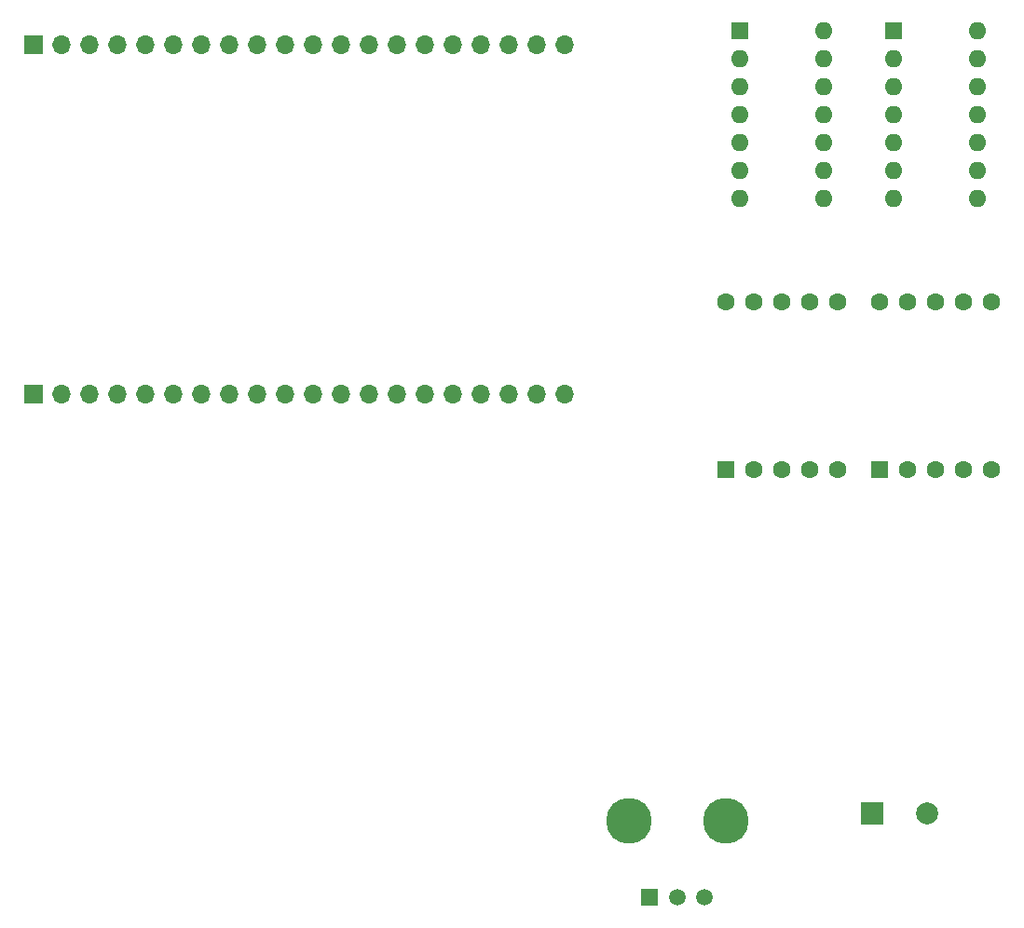
<source format=gbr>
%TF.GenerationSoftware,KiCad,Pcbnew,7.0.9*%
%TF.CreationDate,2023-12-22T14:45:11+09:00*%
%TF.ProjectId,Dev_IO_Board,4465765f-494f-45f4-926f-6172642e6b69,1.0.0*%
%TF.SameCoordinates,Original*%
%TF.FileFunction,Soldermask,Bot*%
%TF.FilePolarity,Negative*%
%FSLAX46Y46*%
G04 Gerber Fmt 4.6, Leading zero omitted, Abs format (unit mm)*
G04 Created by KiCad (PCBNEW 7.0.9) date 2023-12-22 14:45:11*
%MOMM*%
%LPD*%
G01*
G04 APERTURE LIST*
%ADD10R,1.700000X1.700000*%
%ADD11O,1.700000X1.700000*%
%ADD12R,1.600000X1.600000*%
%ADD13C,1.600000*%
%ADD14O,1.600000X1.600000*%
%ADD15R,1.500000X1.500000*%
%ADD16C,1.500000*%
%ADD17C,4.155000*%
%ADD18R,2.000000X2.000000*%
%ADD19C,2.000000*%
G04 APERTURE END LIST*
D10*
%TO.C,J1*%
X121825000Y-62705951D03*
D11*
X124365000Y-62705951D03*
X126905000Y-62705951D03*
X129445000Y-62705951D03*
X131985000Y-62705951D03*
X134525000Y-62705951D03*
X137065000Y-62705951D03*
X139605000Y-62705951D03*
X142145000Y-62705951D03*
X144685000Y-62705951D03*
X147225000Y-62705951D03*
X149765000Y-62705951D03*
X152305000Y-62705951D03*
X154845000Y-62705951D03*
X157385000Y-62705951D03*
X159925000Y-62705951D03*
X162465000Y-62705951D03*
X165005000Y-62705951D03*
X167545000Y-62705951D03*
X170085000Y-62705951D03*
%TD*%
D10*
%TO.C,J2*%
X121825000Y-94455951D03*
D11*
X124365000Y-94455951D03*
X126905000Y-94455951D03*
X129445000Y-94455951D03*
X131985000Y-94455951D03*
X134525000Y-94455951D03*
X137065000Y-94455951D03*
X139605000Y-94455951D03*
X142145000Y-94455951D03*
X144685000Y-94455951D03*
X147225000Y-94455951D03*
X149765000Y-94455951D03*
X152305000Y-94455951D03*
X154845000Y-94455951D03*
X157385000Y-94455951D03*
X159925000Y-94455951D03*
X162465000Y-94455951D03*
X165005000Y-94455951D03*
X167545000Y-94455951D03*
X170085000Y-94455951D03*
%TD*%
D12*
%TO.C,U4*%
X184690000Y-101318451D03*
D13*
X187230000Y-101318451D03*
X189770000Y-101318451D03*
X192310000Y-101318451D03*
X194850000Y-101318451D03*
X194850000Y-86078451D03*
X192310000Y-86078451D03*
X189770000Y-86078451D03*
X187230000Y-86078451D03*
X184690000Y-86078451D03*
%TD*%
D12*
%TO.C,U3*%
X199940000Y-61430951D03*
D14*
X199940000Y-63970951D03*
X199940000Y-66510951D03*
X199940000Y-69050951D03*
X199940000Y-71590951D03*
X199940000Y-74130951D03*
X199940000Y-76670951D03*
X207560000Y-76670951D03*
X207560000Y-74130951D03*
X207560000Y-71590951D03*
X207560000Y-69050951D03*
X207560000Y-66510951D03*
X207560000Y-63970951D03*
X207560000Y-61430951D03*
%TD*%
D12*
%TO.C,U5*%
X198660000Y-101318451D03*
D13*
X201200000Y-101318451D03*
X203740000Y-101318451D03*
X206280000Y-101318451D03*
X208820000Y-101318451D03*
X208820000Y-86078451D03*
X206280000Y-86078451D03*
X203740000Y-86078451D03*
X201200000Y-86078451D03*
X198660000Y-86078451D03*
%TD*%
D15*
%TO.C,VR1*%
X177785000Y-140175951D03*
D16*
X180285000Y-140175951D03*
X182785000Y-140175951D03*
D17*
X175885000Y-133175951D03*
X184685000Y-133175951D03*
%TD*%
D18*
%TO.C,BZ1*%
X198025000Y-132555951D03*
D19*
X203025000Y-132555951D03*
%TD*%
D12*
%TO.C,U2*%
X185960000Y-61430951D03*
D14*
X185960000Y-63970951D03*
X185960000Y-66510951D03*
X185960000Y-69050951D03*
X185960000Y-71590951D03*
X185960000Y-74130951D03*
X185960000Y-76670951D03*
X193580000Y-76670951D03*
X193580000Y-74130951D03*
X193580000Y-71590951D03*
X193580000Y-69050951D03*
X193580000Y-66510951D03*
X193580000Y-63970951D03*
X193580000Y-61430951D03*
%TD*%
M02*

</source>
